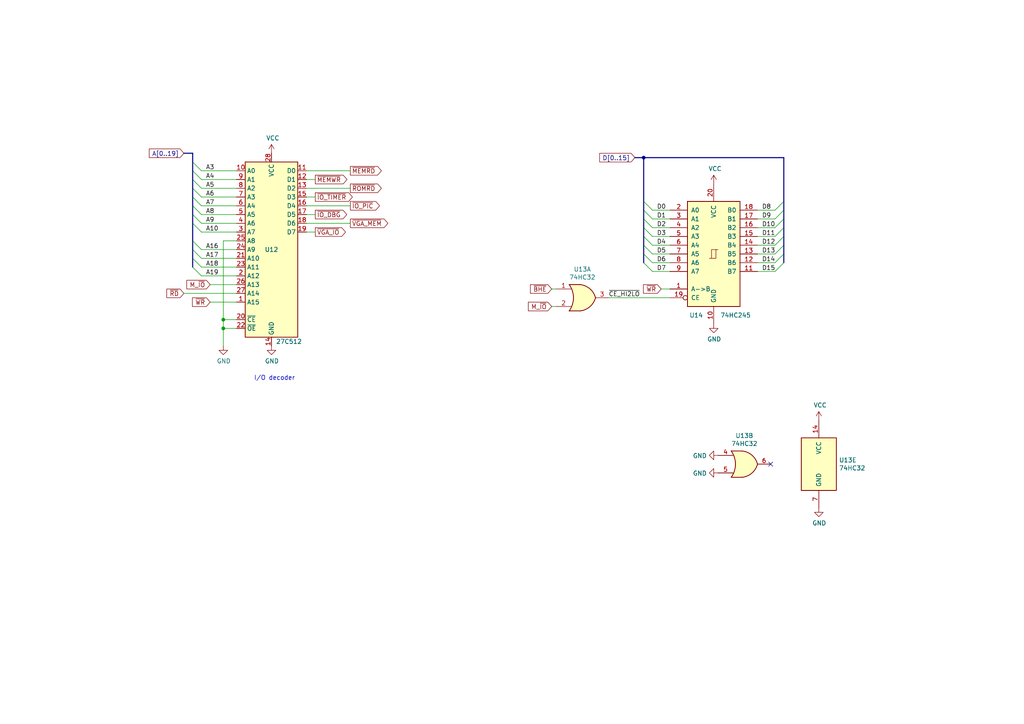
<source format=kicad_sch>
(kicad_sch (version 20230121) (generator eeschema)
  (paper "A4")
  (title_block (title "Mini8086 main system board") (rev "1.1"))
  (lib_symbols
    (symbol "74xx:74HC245" (pin_names (offset 1.016))
      (property "Reference" "U" (at -7.62 16.51 0))
      (property "Value" "74HC245" (at -7.62 -16.51 0))
      (symbol "74HC245_1_0"
        (polyline (pts (xy -0.635 -1.27) (xy -0.635 1.27) (xy 0.635 1.27)))
        (polyline (pts (xy -1.27 -1.27) (xy 0.635 -1.27) (xy 0.635 1.27) (xy 1.27 1.27)))
        (pin input line (at -12.7 -10.16 0) (length 5.08) (name "A->B") (number "1"))
        (pin power_in line (at 0 -20.32 90) (length 5.08) (name "GND") (number "10"))
        (pin tri_state line (at 12.7 -5.08 180) (length 5.08) (name "B7") (number "11"))
        (pin tri_state line (at 12.7 -2.54 180) (length 5.08) (name "B6") (number "12"))
        (pin tri_state line (at 12.7 0 180) (length 5.08) (name "B5") (number "13"))
        (pin tri_state line (at 12.7 2.54 180) (length 5.08) (name "B4") (number "14"))
        (pin tri_state line (at 12.7 5.08 180) (length 5.08) (name "B3") (number "15"))
        (pin tri_state line (at 12.7 7.62 180) (length 5.08) (name "B2") (number "16"))
        (pin tri_state line (at 12.7 10.16 180) (length 5.08) (name "B1") (number "17"))
        (pin tri_state line (at 12.7 12.7 180) (length 5.08) (name "B0") (number "18"))
        (pin input inverted (at -12.7 -12.7 0) (length 5.08) (name "CE") (number "19"))
        (pin tri_state line (at -12.7 12.7 0) (length 5.08) (name "A0") (number "2"))
        (pin power_in line (at 0 20.32 270) (length 5.08) (name "VCC") (number "20"))
        (pin tri_state line (at -12.7 10.16 0) (length 5.08) (name "A1") (number "3"))
        (pin tri_state line (at -12.7 7.62 0) (length 5.08) (name "A2") (number "4"))
        (pin tri_state line (at -12.7 5.08 0) (length 5.08) (name "A3") (number "5"))
        (pin tri_state line (at -12.7 2.54 0) (length 5.08) (name "A4") (number "6"))
        (pin tri_state line (at -12.7 0 0) (length 5.08) (name "A5") (number "7"))
        (pin tri_state line (at -12.7 -2.54 0) (length 5.08) (name "A6") (number "8"))
        (pin tri_state line (at -12.7 -5.08 0) (length 5.08) (name "A7") (number "9"))
      )
      (symbol "74HC245_1_1"
        (rectangle (start -7.62 15.24) (end 7.62 -15.24) (stroke (width 0.254)) (fill (type background)))
      )
    )
    (symbol "74xx:74LS32" (pin_names (offset 1.016))
      (property "Reference" "U" (at 0 1.27 0))
      (property "Value" "74LS32" (at 0 -1.27 0))
      (symbol "74LS32_1_1"
        (arc (start -3.81 -3.81) (mid -2.589 0) (end -3.81 3.81) (stroke (width 0.254)))
        (arc (start -0.6096 -3.81) (mid 2.1842 -2.5851) (end 3.81 0) (stroke (width 0.254)) (fill (type background)))
        (polyline (pts (xy -3.81 -3.81) (xy -0.635 -3.81)) (stroke (width 0.254)) (fill (type background)))
        (polyline (pts (xy -3.81 3.81) (xy -0.635 3.81)) (stroke (width 0.254)) (fill (type background)))
        (polyline (pts (xy -0.635 3.81) (xy -3.81 3.81) (xy -3.81 3.81) (xy -3.556 3.4036) (xy -3.0226 2.2606) (xy -2.6924 1.0414) (xy -2.6162 -0.254) (xy -2.7686 -1.4986) (xy -3.175 -2.7178) (xy -3.81 -3.81) (xy -3.81 -3.81) (xy -0.635 -3.81)) (stroke (width -25.4)) (fill (type background)))
        (arc (start 3.81 0) (mid 2.1915 2.5936) (end -0.6096 3.81) (stroke (width 0.254)) (fill (type background)))
        (pin input line (at -7.62 2.54 0) (length 4.318) (name "~") (number "1"))
        (pin input line (at -7.62 -2.54 0) (length 4.318) (name "~") (number "2"))
        (pin output line (at 7.62 0 180) (length 3.81) (name "~") (number "3"))
      )
      (symbol "74LS32_1_2"
        (arc (start 0 -3.81) (mid 3.7934 0) (end 0 3.81) (stroke (width 0.254)) (fill (type background)))
        (polyline (pts (xy 0 3.81) (xy -3.81 3.81) (xy -3.81 -3.81) (xy 0 -3.81)) (stroke (width 0.254)) (fill (type background)))
        (pin input inverted (at -7.62 2.54 0) (length 3.81) (name "~") (number "1"))
        (pin input inverted (at -7.62 -2.54 0) (length 3.81) (name "~") (number "2"))
        (pin output inverted (at 7.62 0 180) (length 3.81) (name "~") (number "3"))
      )
      (symbol "74LS32_2_1"
        (arc (start -3.81 -3.81) (mid -2.589 0) (end -3.81 3.81) (stroke (width 0.254)))
        (arc (start -0.6096 -3.81) (mid 2.1842 -2.5851) (end 3.81 0) (stroke (width 0.254)) (fill (type background)))
        (polyline (pts (xy -3.81 -3.81) (xy -0.635 -3.81)) (stroke (width 0.254)) (fill (type background)))
        (polyline (pts (xy -3.81 3.81) (xy -0.635 3.81)) (stroke (width 0.254)) (fill (type background)))
        (polyline (pts (xy -0.635 3.81) (xy -3.81 3.81) (xy -3.81 3.81) (xy -3.556 3.4036) (xy -3.0226 2.2606) (xy -2.6924 1.0414) (xy -2.6162 -0.254) (xy -2.7686 -1.4986) (xy -3.175 -2.7178) (xy -3.81 -3.81) (xy -3.81 -3.81) (xy -0.635 -3.81)) (stroke (width -25.4)) (fill (type background)))
        (arc (start 3.81 0) (mid 2.1915 2.5936) (end -0.6096 3.81) (stroke (width 0.254)) (fill (type background)))
        (pin input line (at -7.62 2.54 0) (length 4.318) (name "~") (number "4"))
        (pin input line (at -7.62 -2.54 0) (length 4.318) (name "~") (number "5"))
        (pin output line (at 7.62 0 180) (length 3.81) (name "~") (number "6"))
      )
      (symbol "74LS32_2_2"
        (arc (start 0 -3.81) (mid 3.7934 0) (end 0 3.81) (stroke (width 0.254)) (fill (type background)))
        (polyline (pts (xy 0 3.81) (xy -3.81 3.81) (xy -3.81 -3.81) (xy 0 -3.81)) (stroke (width 0.254)) (fill (type background)))
        (pin input inverted (at -7.62 2.54 0) (length 3.81) (name "~") (number "4"))
        (pin input inverted (at -7.62 -2.54 0) (length 3.81) (name "~") (number "5"))
        (pin output inverted (at 7.62 0 180) (length 3.81) (name "~") (number "6"))
      )
      (symbol "74LS32_3_1"
        (arc (start -3.81 -3.81) (mid -2.589 0) (end -3.81 3.81) (stroke (width 0.254)))
        (arc (start -0.6096 -3.81) (mid 2.1842 -2.5851) (end 3.81 0) (stroke (width 0.254)) (fill (type background)))
        (polyline (pts (xy -3.81 -3.81) (xy -0.635 -3.81)) (stroke (width 0.254)) (fill (type background)))
        (polyline (pts (xy -3.81 3.81) (xy -0.635 3.81)) (stroke (width 0.254)) (fill (type background)))
        (polyline (pts (xy -0.635 3.81) (xy -3.81 3.81) (xy -3.81 3.81) (xy -3.556 3.4036) (xy -3.0226 2.2606) (xy -2.6924 1.0414) (xy -2.6162 -0.254) (xy -2.7686 -1.4986) (xy -3.175 -2.7178) (xy -3.81 -3.81) (xy -3.81 -3.81) (xy -0.635 -3.81)) (stroke (width -25.4)) (fill (type background)))
        (arc (start 3.81 0) (mid 2.1915 2.5936) (end -0.6096 3.81) (stroke (width 0.254)) (fill (type background)))
        (pin input line (at -7.62 -2.54 0) (length 4.318) (name "~") (number "10"))
        (pin output line (at 7.62 0 180) (length 3.81) (name "~") (number "8"))
        (pin input line (at -7.62 2.54 0) (length 4.318) (name "~") (number "9"))
      )
      (symbol "74LS32_3_2"
        (arc (start 0 -3.81) (mid 3.7934 0) (end 0 3.81) (stroke (width 0.254)) (fill (type background)))
        (polyline (pts (xy 0 3.81) (xy -3.81 3.81) (xy -3.81 -3.81) (xy 0 -3.81)) (stroke (width 0.254)) (fill (type background)))
        (pin input inverted (at -7.62 -2.54 0) (length 3.81) (name "~") (number "10"))
        (pin output inverted (at 7.62 0 180) (length 3.81) (name "~") (number "8"))
        (pin input inverted (at -7.62 2.54 0) (length 3.81) (name "~") (number "9"))
      )
      (symbol "74LS32_4_1"
        (arc (start -3.81 -3.81) (mid -2.589 0) (end -3.81 3.81) (stroke (width 0.254)))
        (arc (start -0.6096 -3.81) (mid 2.1842 -2.5851) (end 3.81 0) (stroke (width 0.254)) (fill (type background)))
        (polyline (pts (xy -3.81 -3.81) (xy -0.635 -3.81)) (stroke (width 0.254)) (fill (type background)))
        (polyline (pts (xy -3.81 3.81) (xy -0.635 3.81)) (stroke (width 0.254)) (fill (type background)))
        (polyline (pts (xy -0.635 3.81) (xy -3.81 3.81) (xy -3.81 3.81) (xy -3.556 3.4036) (xy -3.0226 2.2606) (xy -2.6924 1.0414) (xy -2.6162 -0.254) (xy -2.7686 -1.4986) (xy -3.175 -2.7178) (xy -3.81 -3.81) (xy -3.81 -3.81) (xy -0.635 -3.81)) (stroke (width -25.4)) (fill (type background)))
        (arc (start 3.81 0) (mid 2.1915 2.5936) (end -0.6096 3.81) (stroke (width 0.254)) (fill (type background)))
        (pin output line (at 7.62 0 180) (length 3.81) (name "~") (number "11"))
        (pin input line (at -7.62 2.54 0) (length 4.318) (name "~") (number "12"))
        (pin input line (at -7.62 -2.54 0) (length 4.318) (name "~") (number "13"))
      )
      (symbol "74LS32_4_2"
        (arc (start 0 -3.81) (mid 3.7934 0) (end 0 3.81) (stroke (width 0.254)) (fill (type background)))
        (polyline (pts (xy 0 3.81) (xy -3.81 3.81) (xy -3.81 -3.81) (xy 0 -3.81)) (stroke (width 0.254)) (fill (type background)))
        (pin output inverted (at 7.62 0 180) (length 3.81) (name "~") (number "11"))
        (pin input inverted (at -7.62 2.54 0) (length 3.81) (name "~") (number "12"))
        (pin input inverted (at -7.62 -2.54 0) (length 3.81) (name "~") (number "13"))
      )
      (symbol "74LS32_5_0"
        (pin power_in line (at 0 12.7 270) (length 5.08) (name "VCC") (number "14"))
        (pin power_in line (at 0 -12.7 90) (length 5.08) (name "GND") (number "7"))
      )
      (symbol "74LS32_5_1"
        (rectangle (start -5.08 7.62) (end 5.08 -7.62) (stroke (width 0.254)) (fill (type background)))
      )
    )
    (symbol "Memory_EPROM:27C512"
      (property "Reference" "U" (at -7.62 26.67 0))
      (property "Value" "27C512" (at 2.54 -26.67 0))
      (symbol "27C512_1_1"
        (rectangle (start -7.62 25.4) (end 7.62 -25.4) (stroke (width 0.254)) (fill (type background)))
        (pin input line (at -10.16 -15.24 0) (length 2.54) (name "A15") (number "1"))
        (pin input line (at -10.16 22.86 0) (length 2.54) (name "A0") (number "10"))
        (pin tri_state line (at 10.16 22.86 180) (length 2.54) (name "D0") (number "11"))
        (pin tri_state line (at 10.16 20.32 180) (length 2.54) (name "D1") (number "12"))
        (pin tri_state line (at 10.16 17.78 180) (length 2.54) (name "D2") (number "13"))
        (pin power_in line (at 0 -27.94 90) (length 2.54) (name "GND") (number "14"))
        (pin tri_state line (at 10.16 15.24 180) (length 2.54) (name "D3") (number "15"))
        (pin tri_state line (at 10.16 12.7 180) (length 2.54) (name "D4") (number "16"))
        (pin tri_state line (at 10.16 10.16 180) (length 2.54) (name "D5") (number "17"))
        (pin tri_state line (at 10.16 7.62 180) (length 2.54) (name "D6") (number "18"))
        (pin tri_state line (at 10.16 5.08 180) (length 2.54) (name "D7") (number "19"))
        (pin input line (at -10.16 -7.62 0) (length 2.54) (name "A12") (number "2"))
        (pin input line (at -10.16 -20.32 0) (length 2.54) (name "~{CE}") (number "20"))
        (pin input line (at -10.16 -2.54 0) (length 2.54) (name "A10") (number "21"))
        (pin input line (at -10.16 -22.86 0) (length 2.54) (name "~{OE}") (number "22"))
        (pin input line (at -10.16 -5.08 0) (length 2.54) (name "A11") (number "23"))
        (pin input line (at -10.16 0 0) (length 2.54) (name "A9") (number "24"))
        (pin input line (at -10.16 2.54 0) (length 2.54) (name "A8") (number "25"))
        (pin input line (at -10.16 -10.16 0) (length 2.54) (name "A13") (number "26"))
        (pin input line (at -10.16 -12.7 0) (length 2.54) (name "A14") (number "27"))
        (pin power_in line (at 0 27.94 270) (length 2.54) (name "VCC") (number "28"))
        (pin input line (at -10.16 5.08 0) (length 2.54) (name "A7") (number "3"))
        (pin input line (at -10.16 7.62 0) (length 2.54) (name "A6") (number "4"))
        (pin input line (at -10.16 10.16 0) (length 2.54) (name "A5") (number "5"))
        (pin input line (at -10.16 12.7 0) (length 2.54) (name "A4") (number "6"))
        (pin input line (at -10.16 15.24 0) (length 2.54) (name "A3") (number "7"))
        (pin input line (at -10.16 17.78 0) (length 2.54) (name "A2") (number "8"))
        (pin input line (at -10.16 20.32 0) (length 2.54) (name "A1") (number "9"))
      )
    )
    (symbol "power:GND" (power) (pin_names (offset 0))
      (property "Value" "GND" (at 0 -3.81 0))
      (symbol "GND_0_1"
        (polyline (pts (xy 0 0) (xy 0 -1.27) (xy 1.27 -1.27) (xy 0 -2.54) (xy -1.27 -1.27) (xy 0 -1.27)))
      )
      (symbol "GND_1_1"
        (pin power_in line (at 0 0 270) (length 0) hide (name "GND") (number "1"))
      )
    )
    (symbol "power:VCC" (power) (pin_names (offset 0))
      (property "Value" "VCC" (at 0 3.81 0))
      (symbol "VCC_0_1"
        (polyline (pts (xy -0.762 1.27) (xy 0 2.54)))
        (polyline (pts (xy 0 0) (xy 0 2.54)))
        (polyline (pts (xy 0 2.54) (xy 0.762 1.27)))
      )
      (symbol "VCC_1_1"
        (pin power_in line (at 0 0 90) (length 0) hide (name "VCC") (number "1"))
      )
    )
  )
  (junction (at 186.69 45.72))
  (junction (at 64.77 92.71))
  (junction (at 64.77 95.25))
  (no_connect (at 223.52 134.62))
  (bus_entry (at 224.79 78.74) (size 2.54 -2.54))
  (bus_entry (at 224.79 66.04) (size 2.54 -2.54))
  (bus_entry (at 224.79 60.96) (size 2.54 -2.54))
  (bus_entry (at 58.42 67.31) (size -2.54 -2.54))
  (bus_entry (at 58.42 54.61) (size -2.54 -2.54))
  (bus_entry (at 58.42 72.39) (size -2.54 -2.54))
  (bus_entry (at 189.23 60.96) (size -2.54 -2.54))
  (bus_entry (at 224.79 76.2) (size 2.54 -2.54))
  (bus_entry (at 189.23 71.12) (size -2.54 -2.54))
  (bus_entry (at 58.42 62.23) (size -2.54 -2.54))
  (bus_entry (at 224.79 63.5) (size 2.54 -2.54))
  (bus_entry (at 189.23 68.58) (size -2.54 -2.54))
  (bus_entry (at 58.42 57.15) (size -2.54 -2.54))
  (bus_entry (at 58.42 52.07) (size -2.54 -2.54))
  (bus_entry (at 58.42 59.69) (size -2.54 -2.54))
  (bus_entry (at 224.79 73.66) (size 2.54 -2.54))
  (bus_entry (at 58.42 74.93) (size -2.54 -2.54))
  (bus_entry (at 189.23 73.66) (size -2.54 -2.54))
  (bus_entry (at 189.23 66.04) (size -2.54 -2.54))
  (bus_entry (at 189.23 63.5) (size -2.54 -2.54))
  (bus_entry (at 224.79 71.12) (size 2.54 -2.54))
  (bus_entry (at 58.42 64.77) (size -2.54 -2.54))
  (bus_entry (at 224.79 68.58) (size 2.54 -2.54))
  (bus_entry (at 189.23 76.2) (size -2.54 -2.54))
  (bus_entry (at 58.42 77.47) (size -2.54 -2.54))
  (bus_entry (at 189.23 78.74) (size -2.54 -2.54))
  (bus_entry (at 58.42 49.53) (size -2.54 -2.54))
  (bus_entry (at 58.42 80.01) (size -2.54 -2.54))
  (bus (pts (xy 55.88 59.69) (xy 55.88 62.23)))
  (bus (pts (xy 55.88 44.45) (xy 55.88 46.99)))
  (bus (pts (xy 55.88 69.85) (xy 55.88 72.39)))
  (wire (pts (xy 194.31 86.36) (xy 176.53 86.36)))
  (wire (pts (xy 189.23 66.04) (xy 194.31 66.04)))
  (wire (pts (xy 64.77 95.25) (xy 68.58 95.25)))
  (wire (pts (xy 58.42 77.47) (xy 68.58 77.47)))
  (wire (pts (xy 189.23 76.2) (xy 194.31 76.2)))
  (wire (pts (xy 68.58 85.09) (xy 53.34 85.09)))
  (bus (pts (xy 227.33 68.58) (xy 227.33 71.12)))
  (bus (pts (xy 186.69 45.72) (xy 184.15 45.72)))
  (wire (pts (xy 58.42 62.23) (xy 68.58 62.23)))
  (wire (pts (xy 68.58 67.31) (xy 58.42 67.31)))
  (wire (pts (xy 191.77 83.82) (xy 194.31 83.82)))
  (bus (pts (xy 227.33 71.12) (xy 227.33 73.66)))
  (bus (pts (xy 227.33 66.04) (xy 227.33 68.58)))
  (wire (pts (xy 224.79 76.2) (xy 219.71 76.2)))
  (wire (pts (xy 189.23 60.96) (xy 194.31 60.96)))
  (bus (pts (xy 227.33 60.96) (xy 227.33 63.5)))
  (wire (pts (xy 58.42 52.07) (xy 68.58 52.07)))
  (bus (pts (xy 227.33 58.42) (xy 227.33 60.96)))
  (wire (pts (xy 58.42 80.01) (xy 68.58 80.01)))
  (bus (pts (xy 186.69 66.04) (xy 186.69 68.58)))
  (wire (pts (xy 189.23 73.66) (xy 194.31 73.66)))
  (wire (pts (xy 160.02 83.82) (xy 161.29 83.82)))
  (wire (pts (xy 189.23 71.12) (xy 194.31 71.12)))
  (wire (pts (xy 224.79 71.12) (xy 219.71 71.12)))
  (wire (pts (xy 58.42 54.61) (xy 68.58 54.61)))
  (bus (pts (xy 186.69 73.66) (xy 186.69 76.2)))
  (bus (pts (xy 186.69 68.58) (xy 186.69 71.12)))
  (wire (pts (xy 58.42 64.77) (xy 68.58 64.77)))
  (wire (pts (xy 224.79 63.5) (xy 219.71 63.5)))
  (bus (pts (xy 227.33 45.72) (xy 186.69 45.72)))
  (wire (pts (xy 189.23 63.5) (xy 194.31 63.5)))
  (bus (pts (xy 186.69 58.42) (xy 186.69 60.96)))
  (bus (pts (xy 55.88 46.99) (xy 55.88 49.53)))
  (wire (pts (xy 60.96 82.55) (xy 68.58 82.55)))
  (bus (pts (xy 55.88 54.61) (xy 55.88 57.15)))
  (bus (pts (xy 55.88 62.23) (xy 55.88 64.77)))
  (wire (pts (xy 88.9 57.15) (xy 91.44 57.15)))
  (wire (pts (xy 224.79 60.96) (xy 219.71 60.96)))
  (bus (pts (xy 55.88 64.77) (xy 55.88 69.85)))
  (bus (pts (xy 186.69 71.12) (xy 186.69 73.66)))
  (wire (pts (xy 88.9 62.23) (xy 91.44 62.23)))
  (wire (pts (xy 88.9 59.69) (xy 101.6 59.69)))
  (wire (pts (xy 64.77 92.71) (xy 64.77 95.25)))
  (bus (pts (xy 227.33 63.5) (xy 227.33 66.04)))
  (bus (pts (xy 55.88 57.15) (xy 55.88 59.69)))
  (wire (pts (xy 189.23 68.58) (xy 194.31 68.58)))
  (wire (pts (xy 88.9 64.77) (xy 101.6 64.77)))
  (wire (pts (xy 224.79 66.04) (xy 219.71 66.04)))
  (wire (pts (xy 88.9 54.61) (xy 101.6 54.61)))
  (bus (pts (xy 55.88 72.39) (xy 55.88 74.93)))
  (bus (pts (xy 227.33 73.66) (xy 227.33 76.2)))
  (bus (pts (xy 186.69 45.72) (xy 186.69 58.42)))
  (bus (pts (xy 55.88 49.53) (xy 55.88 52.07)))
  (wire (pts (xy 58.42 57.15) (xy 68.58 57.15)))
  (wire (pts (xy 224.79 73.66) (xy 219.71 73.66)))
  (wire (pts (xy 68.58 92.71) (xy 64.77 92.71)))
  (wire (pts (xy 224.79 78.74) (xy 219.71 78.74)))
  (bus (pts (xy 55.88 74.93) (xy 55.88 77.47)))
  (wire (pts (xy 68.58 87.63) (xy 60.96 87.63)))
  (wire (pts (xy 68.58 74.93) (xy 58.42 74.93)))
  (wire (pts (xy 68.58 69.85) (xy 64.77 69.85)))
  (wire (pts (xy 58.42 59.69) (xy 68.58 59.69)))
  (wire (pts (xy 64.77 95.25) (xy 64.77 100.33)))
  (wire (pts (xy 88.9 52.07) (xy 91.44 52.07)))
  (bus (pts (xy 55.88 44.45) (xy 53.34 44.45)))
  (wire (pts (xy 58.42 49.53) (xy 68.58 49.53)))
  (wire (pts (xy 68.58 72.39) (xy 58.42 72.39)))
  (bus (pts (xy 55.88 52.07) (xy 55.88 54.61)))
  (bus (pts (xy 186.69 63.5) (xy 186.69 66.04)))
  (wire (pts (xy 88.9 49.53) (xy 101.6 49.53)))
  (wire (pts (xy 189.23 78.74) (xy 194.31 78.74)))
  (bus (pts (xy 186.69 60.96) (xy 186.69 63.5)))
  (wire (pts (xy 160.02 88.9) (xy 161.29 88.9)))
  (bus (pts (xy 227.33 45.72) (xy 227.33 58.42)))
  (wire (pts (xy 88.9 67.31) (xy 91.44 67.31)))
  (wire (pts (xy 64.77 69.85) (xy 64.77 92.71)))
  (wire (pts (xy 224.79 68.58) (xy 219.71 68.58)))
  (text "I/O decoder" (at 73.66 110.49 0) (effects (font (size 1.27 1.27)) (justify left bottom)))
  (label "A9" (at 59.69 64.77 0))
  (label "~{CE_HI2LO}" (at 176.53 86.36 0))
  (label "A17" (at 59.69 74.93 0))
  (label "A16" (at 59.69 72.39 0))
  (label "D3" (at 190.5 68.58 0))
  (label "D7" (at 190.5 78.74 0))
  (label "A19" (at 59.69 80.01 0))
  (label "D2" (at 190.5 66.04 0))
  (label "D9" (at 220.98 63.5 0))
  (label "D13" (at 220.98 73.66 0))
  (label "D10" (at 220.98 66.04 0))
  (label "D8" (at 220.98 60.96 0))
  (label "D1" (at 190.5 63.5 0))
  (label "A4" (at 59.69 52.07 0))
  (label "A8" (at 59.69 62.23 0))
  (label "D6" (at 190.5 76.2 0))
  (label "A7" (at 59.69 59.69 0))
  (label "A5" (at 59.69 54.61 0))
  (label "A10" (at 59.69 67.31 0))
  (label "D11" (at 220.98 68.58 0))
  (label "D15" (at 220.98 78.74 0))
  (label "D5" (at 190.5 73.66 0))
  (label "A6" (at 59.69 57.15 0))
  (label "D4" (at 190.5 71.12 0))
  (label "D12" (at 220.98 71.12 0))
  (label "A3" (at 59.69 49.53 0))
  (label "D14" (at 220.98 76.2 0))
  (label "A18" (at 59.69 77.47 0))
  (label "D0" (at 190.5 60.96 0))
  (global_label "~{WR}" (shape input) (at 191.77 83.82 180) (property "Intersheetrefs" "${INTERSHEET_REFS}" (effects hide)))
  (global_label "~{MEMRD}" (shape output) (at 101.6 49.53 0) (property "Intersheetrefs" "${INTERSHEET_REFS}" (effects hide)))
  (global_label "M_~{IO}" (shape input) (at 160.02 88.9 180) (property "Intersheetrefs" "${INTERSHEET_REFS}" (effects hide)))
  (global_label "A[0..19]" (shape input) (at 53.34 44.45 180) (property "Intersheetrefs" "${INTERSHEET_REFS}" (effects hide)))
  (global_label "~{BHE}" (shape input) (at 160.02 83.82 180) (property "Intersheetrefs" "${INTERSHEET_REFS}" (effects hide)))
  (global_label "D[0..15]" (shape input) (at 184.15 45.72 180) (property "Intersheetrefs" "${INTERSHEET_REFS}" (effects hide)))
  (global_label "~{RD}" (shape input) (at 53.34 85.09 180) (property "Intersheetrefs" "${INTERSHEET_REFS}" (effects hide)))
  (global_label "M_~{IO}" (shape input) (at 60.96 82.55 180) (property "Intersheetrefs" "${INTERSHEET_REFS}" (effects hide)))
  (global_label "~{IO_DBG}" (shape output) (at 91.44 62.23 0) (property "Intersheetrefs" "${INTERSHEET_REFS}" (effects hide)))
  (global_label "~{VGA_IO}" (shape output) (at 91.44 67.31 0) (property "Intersheetrefs" "${INTERSHEET_REFS}" (effects hide)))
  (global_label "~{WR}" (shape input) (at 60.96 87.63 180) (property "Intersheetrefs" "${INTERSHEET_REFS}" (effects hide)))
  (global_label "~{IO_TIMER}" (shape output) (at 91.44 57.15 0) (property "Intersheetrefs" "${INTERSHEET_REFS}" (effects hide)))
  (global_label "~{VGA_MEM}" (shape output) (at 101.6 64.77 0) (property "Intersheetrefs" "${INTERSHEET_REFS}" (effects hide)))
  (global_label "~{MEMWR}" (shape output) (at 91.44 52.07 0) (property "Intersheetrefs" "${INTERSHEET_REFS}" (effects hide)))
  (global_label "~{ROMRD}" (shape output) (at 101.6 54.61 0) (property "Intersheetrefs" "${INTERSHEET_REFS}" (effects hide)))
  (global_label "~{IO_PIC}" (shape output) (at 101.6 59.69 0) (property "Intersheetrefs" "${INTERSHEET_REFS}" (effects hide)))
  (symbol (lib_id "Memory_EPROM:27C512") (at 78.74 72.39 0) (unit 1)
    (property "Reference" "U12" (at 78.74 72.39 0))
    (property "Value" "27C512" (at 83.82 99.06 0))
    (property "Footprint" "Package_DIP:DIP-28_W15.24mm_Socket_LongPads" (effects hide))
    (property "Datasheet" "http://ww1.microchip.com/downloads/en/DeviceDoc/doc0015.pdf" (effects hide))
    (instances (project "main" (path "" (reference "U12") (unit 1)) (path "" (reference "U?") (unit 1))))
  )
  (symbol (lib_id "power:VCC") (at 78.74 44.45 0) (unit 1)
    (property "Reference" "#PWR041" (effects hide))
    (property "Value" "VCC" (at 79.121 40.0558 0))
    (instances (project "main" (path "" (reference "#PWR041") (unit 1)) (path "" (reference "#PWR?") (unit 1))))
  )
  (symbol (lib_id "power:GND") (at 78.74 100.33 0) (unit 1)
    (property "Reference" "#PWR042" (effects hide))
    (property "Value" "GND" (at 78.867 104.7242 0))
    (instances (project "main" (path "" (reference "#PWR042") (unit 1)) (path "" (reference "#PWR?") (unit 1))))
  )
  (symbol (lib_id "power:GND") (at 64.77 100.33 0) (unit 1)
    (property "Reference" "#PWR040" (effects hide))
    (property "Value" "GND" (at 64.897 104.7242 0))
    (instances (project "main" (path "" (reference "#PWR040") (unit 1)) (path "" (reference "#PWR?") (unit 1))))
  )
  (symbol (lib_id "74xx:74HC245") (at 207.01 73.66 0) (unit 1)
    (property "Reference" "U14" (at 201.93 91.44 0))
    (property "Value" "74HC245" (at 213.36 91.44 0))
    (property "Footprint" "Package_SO:SO-20_12.8x7.5mm_P1.27mm" (effects hide))
    (property "Datasheet" "http://www.ti.com/lit/gpn/sn74HC245" (effects hide))
  )
  (symbol (lib_id "power:GND") (at 207.01 93.98 0) (unit 1)
    (property "Reference" "#PWR060" (effects hide))
    (property "Value" "GND" (at 207.137 98.3742 0))
  )
  (symbol (lib_id "power:VCC") (at 207.01 53.34 0) (unit 1)
    (property "Reference" "#PWR059" (effects hide))
    (property "Value" "VCC" (at 207.391 48.9458 0))
  )
  (symbol (lib_id "power:GND") (at 208.28 132.08 270) (unit 1)
    (property "Reference" "#PWR0107" (effects hide))
    (property "Value" "GND" (at 205.0288 132.207 90) (effects (justify right)))
  )
  (symbol (lib_id "power:GND") (at 208.28 137.16 270) (unit 1)
    (property "Reference" "#PWR061" (effects hide))
    (property "Value" "GND" (at 205.0288 137.287 90) (effects (justify right)))
  )
  (symbol (lib_id "power:GND") (at 237.49 147.32 0) (unit 1)
    (property "Reference" "#PWR0103" (effects hide))
    (property "Value" "GND" (at 237.617 151.7142 0))
  )
  (symbol (lib_id "power:VCC") (at 237.49 121.92 0) (unit 1)
    (property "Reference" "#PWR0104" (effects hide))
    (property "Value" "VCC" (at 237.871 117.5258 0))
  )
  (symbol (lib_id "74xx:74LS32") (at 168.91 86.36 0) (unit 1)
    (property "Reference" "U13" (at 168.91 78.105 0))
    (property "Value" "74HC32" (at 168.91 80.4164 0))
    (property "Footprint" "Package_DIP:DIP-14_W7.62mm_LongPads" (effects hide))
    (property "Datasheet" "http://www.ti.com/lit/gpn/sn74LS32" (effects hide))
  )
  (symbol (lib_id "74xx:74LS32") (at 215.9 134.62 0) (unit 2)
    (property "Reference" "U13" (at 215.9 126.365 0))
    (property "Value" "74HC32" (at 215.9 128.6764 0))
    (property "Footprint" "Package_DIP:DIP-14_W7.62mm_LongPads" (effects hide))
    (property "Datasheet" "http://www.ti.com/lit/gpn/sn74LS32" (effects hide))
  )
  (symbol (lib_id "74xx:74LS32") (at 237.49 134.62 0) (unit 5)
    (property "Reference" "U13" (at 243.332 133.4516 0) (effects (justify left)))
    (property "Value" "74HC32" (at 243.332 135.763 0) (effects (justify left)))
    (property "Footprint" "Package_DIP:DIP-14_W7.62mm_LongPads" (effects hide))
    (property "Datasheet" "http://www.ti.com/lit/gpn/sn74LS32" (effects hide))
  )
)
</source>
